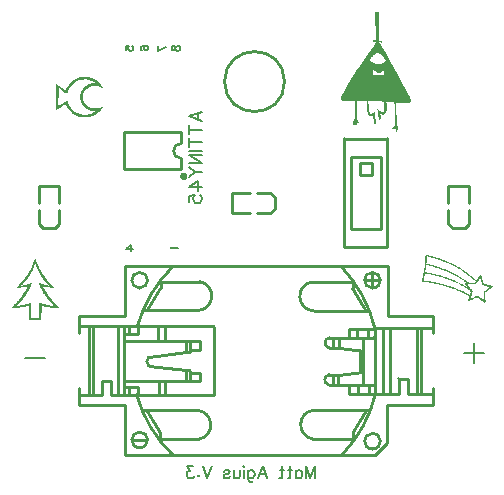
<source format=gbo>
G04 Layer: BottomSilkLayer*
G04 EasyEDA v6.4.7, 2020-11-14T21:45:58--5:00*
G04 4beb7541176d43e18d54f8e2082e3679,79d071017cc24593b82b416037a8e878,10*
G04 Gerber Generator version 0.2*
G04 Scale: 100 percent, Rotated: No, Reflected: No *
G04 Dimensions in millimeters *
G04 leading zeros omitted , absolute positions ,3 integer and 3 decimal *
%FSLAX33Y33*%
%MOMM*%
G90*
D02*

%ADD10C,0.254000*%
%ADD17C,0.203200*%
%ADD18C,0.152400*%

%LPD*%

%LPD*%
G36*
G01X33942Y41992D02*
G01X33583Y41992D01*
G01X33641Y39590D01*
G01X33509Y39590D01*
G01X33447Y39585D01*
G01X33405Y39569D01*
G01X33381Y39545D01*
G01X33375Y39518D01*
G01X33387Y39490D01*
G01X33416Y39464D01*
G01X33462Y39444D01*
G01X33526Y39431D01*
G01X33676Y39416D01*
G01X33449Y39090D01*
G01X33402Y39023D01*
G01X33355Y38954D01*
G01X33308Y38887D01*
G01X33264Y38824D01*
G01X33224Y38765D01*
G01X33188Y38714D01*
G01X33159Y38672D01*
G01X33137Y38640D01*
G01X33102Y38590D01*
G01X33068Y38545D01*
G01X33040Y38509D01*
G01X33015Y38485D01*
G01X33008Y38475D01*
G01X32997Y38463D01*
G01X32984Y38446D01*
G01X32969Y38425D01*
G01X32951Y38401D01*
G01X32931Y38373D01*
G01X32909Y38342D01*
G01X32884Y38307D01*
G01X32857Y38269D01*
G01X32828Y38228D01*
G01X32798Y38183D01*
G01X32764Y38135D01*
G01X32729Y38084D01*
G01X32692Y38029D01*
G01X32653Y37972D01*
G01X32612Y37912D01*
G01X32568Y37848D01*
G01X32524Y37782D01*
G01X32477Y37713D01*
G01X32429Y37641D01*
G01X32378Y37566D01*
G01X32327Y37489D01*
G01X32273Y37409D01*
G01X32218Y37326D01*
G01X32161Y37241D01*
G01X31953Y36929D01*
G01X31912Y36867D01*
G01X31872Y36807D01*
G01X31835Y36751D01*
G01X31800Y36697D01*
G01X31766Y36647D01*
G01X31734Y36598D01*
G01X31704Y36552D01*
G01X31675Y36508D01*
G01X31647Y36465D01*
G01X31620Y36424D01*
G01X31595Y36384D01*
G01X31570Y36346D01*
G01X31546Y36308D01*
G01X31522Y36271D01*
G01X31500Y36234D01*
G01X31477Y36198D01*
G01X31454Y36161D01*
G01X31432Y36125D01*
G01X31388Y36051D01*
G01X31365Y36013D01*
G01X31342Y35974D01*
G01X31318Y35933D01*
G01X31294Y35891D01*
G01X31269Y35848D01*
G01X31243Y35802D01*
G01X31216Y35755D01*
G01X31188Y35705D01*
G01X31158Y35653D01*
G01X31127Y35599D01*
G01X31095Y35541D01*
G01X31061Y35480D01*
G01X31025Y35416D01*
G01X30986Y35348D01*
G01X30946Y35277D01*
G01X30904Y35201D01*
G01X30860Y35122D01*
G01X30813Y35038D01*
G01X30777Y34973D01*
G01X30746Y34913D01*
G01X30718Y34858D01*
G01X30694Y34807D01*
G01X30675Y34760D01*
G01X30660Y34718D01*
G01X30650Y34679D01*
G01X30645Y34644D01*
G01X30644Y34613D01*
G01X30649Y34584D01*
G01X30658Y34559D01*
G01X30674Y34536D01*
G01X30694Y34517D01*
G01X30720Y34500D01*
G01X30752Y34486D01*
G01X30790Y34474D01*
G01X30835Y34464D01*
G01X30885Y34456D01*
G01X30942Y34450D01*
G01X31005Y34444D01*
G01X31075Y34441D01*
G01X31153Y34439D01*
G01X31237Y34438D01*
G01X31328Y34437D01*
G01X31874Y34437D01*
G01X31874Y33454D01*
G01X31873Y33358D01*
G01X31872Y33274D01*
G01X31869Y33199D01*
G01X31867Y33134D01*
G01X31863Y33078D01*
G01X31858Y33029D01*
G01X31853Y32986D01*
G01X31846Y32950D01*
G01X31838Y32918D01*
G01X31828Y32890D01*
G01X31817Y32866D01*
G01X31805Y32843D01*
G01X31791Y32821D01*
G01X31775Y32800D01*
G01X31738Y32744D01*
G01X31710Y32681D01*
G01X31690Y32615D01*
G01X31678Y32549D01*
G01X31676Y32487D01*
G01X31683Y32432D01*
G01X31700Y32388D01*
G01X31727Y32360D01*
G01X31747Y32354D01*
G01X31757Y32368D01*
G01X31758Y32400D01*
G01X31747Y32451D01*
G01X31740Y32502D01*
G01X31741Y32549D01*
G01X31752Y32586D01*
G01X31770Y32609D01*
G01X31794Y32612D01*
G01X31812Y32590D01*
G01X31825Y32544D01*
G01X31831Y32476D01*
G01X31836Y32311D01*
G01X31874Y32461D01*
G01X31890Y32513D01*
G01X31903Y32544D01*
G01X31914Y32552D01*
G01X31919Y32533D01*
G01X31927Y32495D01*
G01X31945Y32450D01*
G01X31970Y32402D01*
G01X31999Y32358D01*
G01X32040Y32311D01*
G01X32058Y32311D01*
G01X32058Y32366D01*
G01X32042Y32486D01*
G01X32010Y32711D01*
G01X32118Y32616D01*
G01X32172Y32572D01*
G01X32214Y32550D01*
G01X32242Y32546D01*
G01X32256Y32557D01*
G01X32256Y32583D01*
G01X32240Y32621D01*
G01X32208Y32670D01*
G01X32159Y32727D01*
G01X32135Y32752D01*
G01X32115Y32775D01*
G01X32097Y32797D01*
G01X32081Y32820D01*
G01X32069Y32845D01*
G01X32058Y32874D01*
G01X32049Y32908D01*
G01X32042Y32948D01*
G01X32036Y32996D01*
G01X32032Y33052D01*
G01X32029Y33119D01*
G01X32027Y33196D01*
G01X32026Y33288D01*
G01X32025Y33393D01*
G01X32025Y34437D01*
G01X32875Y34437D01*
G01X32875Y34114D01*
G01X32876Y34040D01*
G01X32879Y33965D01*
G01X32884Y33891D01*
G01X32890Y33818D01*
G01X32898Y33747D01*
G01X32907Y33678D01*
G01X32918Y33612D01*
G01X32930Y33549D01*
G01X32943Y33489D01*
G01X32958Y33434D01*
G01X32973Y33382D01*
G01X32990Y33335D01*
G01X33007Y33294D01*
G01X33025Y33259D01*
G01X33043Y33229D01*
G01X33063Y33206D01*
G01X33105Y33174D01*
G01X33157Y33155D01*
G01X33214Y33148D01*
G01X33277Y33154D01*
G01X33321Y33162D01*
G01X33354Y33164D01*
G01X33379Y33157D01*
G01X33398Y33139D01*
G01X33412Y33106D01*
G01X33422Y33056D01*
G01X33432Y32985D01*
G01X33442Y32892D01*
G01X33455Y32776D01*
G01X33470Y32679D01*
G01X33485Y32600D01*
G01X33501Y32538D01*
G01X33519Y32492D01*
G01X33540Y32460D01*
G01X33563Y32442D01*
G01X33588Y32436D01*
G01X33597Y32443D01*
G01X33603Y32464D01*
G01X33608Y32497D01*
G01X33611Y32540D01*
G01X33613Y32593D01*
G01X33614Y32654D01*
G01X33614Y32720D01*
G01X33612Y32792D01*
G01X33610Y32867D01*
G01X33606Y32944D01*
G01X33601Y33022D01*
G01X33596Y33098D01*
G01X33590Y33172D01*
G01X33583Y33242D01*
G01X33575Y33307D01*
G01X33568Y33365D01*
G01X33559Y33415D01*
G01X33550Y33455D01*
G01X33541Y33484D01*
G01X33532Y33500D01*
G01X33510Y33507D01*
G01X33478Y33498D01*
G01X33440Y33474D01*
G01X33402Y33438D01*
G01X33363Y33398D01*
G01X33327Y33367D01*
G01X33294Y33346D01*
G01X33264Y33333D01*
G01X33236Y33330D01*
G01X33210Y33337D01*
G01X33187Y33354D01*
G01X33165Y33381D01*
G01X33145Y33418D01*
G01X33127Y33465D01*
G01X33111Y33523D01*
G01X33096Y33592D01*
G01X33083Y33672D01*
G01X33071Y33763D01*
G01X33060Y33866D01*
G01X33050Y33980D01*
G01X33014Y34448D01*
G01X33658Y34412D01*
G01X33745Y34407D01*
G01X33829Y34402D01*
G01X33909Y34397D01*
G01X33984Y34392D01*
G01X34053Y34387D01*
G01X34116Y34382D01*
G01X34172Y34378D01*
G01X34220Y34374D01*
G01X34259Y34371D01*
G01X34288Y34368D01*
G01X34307Y34365D01*
G01X34315Y34363D01*
G01X34327Y34340D01*
G01X34338Y34297D01*
G01X34346Y34237D01*
G01X34353Y34165D01*
G01X34358Y34083D01*
G01X34361Y33997D01*
G01X34362Y33910D01*
G01X34360Y33825D01*
G01X34357Y33747D01*
G01X34350Y33681D01*
G01X34342Y33629D01*
G01X34331Y33596D01*
G01X34301Y33547D01*
G01X34270Y33514D01*
G01X34235Y33497D01*
G01X34195Y33496D01*
G01X34148Y33511D01*
G01X34092Y33543D01*
G01X34025Y33592D01*
G01X33945Y33658D01*
G01X33745Y33828D01*
G01X33804Y33470D01*
G01X33822Y33360D01*
G01X33839Y33263D01*
G01X33856Y33176D01*
G01X33871Y33100D01*
G01X33886Y33035D01*
G01X33900Y32980D01*
G01X33914Y32934D01*
G01X33927Y32898D01*
G01X33940Y32870D01*
G01X33953Y32851D01*
G01X33965Y32840D01*
G01X33978Y32836D01*
G01X34004Y32845D01*
G01X34025Y32869D01*
G01X34042Y32907D01*
G01X34052Y32956D01*
G01X34057Y33013D01*
G01X34056Y33076D01*
G01X34048Y33142D01*
G01X34033Y33209D01*
G01X34015Y33276D01*
G01X34005Y33325D01*
G01X34002Y33358D01*
G01X34009Y33375D01*
G01X34025Y33377D01*
G01X34054Y33366D01*
G01X34095Y33343D01*
G01X34151Y33307D01*
G01X34221Y33266D01*
G01X34272Y33257D01*
G01X34324Y33284D01*
G01X34395Y33351D01*
G01X34428Y33389D01*
G01X34459Y33436D01*
G01X34486Y33488D01*
G01X34509Y33547D01*
G01X34530Y33611D01*
G01X34547Y33679D01*
G01X34559Y33752D01*
G01X34568Y33826D01*
G01X34573Y33903D01*
G01X34574Y33982D01*
G01X34570Y34061D01*
G01X34562Y34140D01*
G01X34536Y34337D01*
G01X35212Y34337D01*
G01X35244Y33999D01*
G01X35248Y33962D01*
G01X35251Y33918D01*
G01X35254Y33870D01*
G01X35257Y33817D01*
G01X35259Y33760D01*
G01X35262Y33699D01*
G01X35264Y33636D01*
G01X35266Y33570D01*
G01X35268Y33502D01*
G01X35270Y33432D01*
G01X35272Y33361D01*
G01X35274Y33219D01*
G01X35276Y33079D01*
G01X35276Y32867D01*
G01X35275Y32744D01*
G01X35272Y32643D01*
G01X35269Y32559D01*
G01X35265Y32490D01*
G01X35258Y32434D01*
G01X35249Y32390D01*
G01X35236Y32354D01*
G01X35221Y32323D01*
G01X35201Y32296D01*
G01X35179Y32270D01*
G01X35151Y32243D01*
G01X35104Y32196D01*
G01X35069Y32152D01*
G01X35044Y32114D01*
G01X35031Y32082D01*
G01X35030Y32059D01*
G01X35041Y32046D01*
G01X35065Y32045D01*
G01X35102Y32055D01*
G01X35137Y32070D01*
G01X35176Y32086D01*
G01X35217Y32102D01*
G01X35252Y32116D01*
G01X35288Y32122D01*
G01X35311Y32102D01*
G01X35323Y32051D01*
G01X35327Y31963D01*
G01X35330Y31893D01*
G01X35340Y31844D01*
G01X35354Y31818D01*
G01X35372Y31813D01*
G01X35392Y31829D01*
G01X35413Y31865D01*
G01X35435Y31922D01*
G01X35455Y31998D01*
G01X35476Y32082D01*
G01X35492Y32117D01*
G01X35510Y32109D01*
G01X35534Y32060D01*
G01X35551Y32027D01*
G01X35558Y32028D01*
G01X35557Y32064D01*
G01X35546Y32136D01*
G01X35530Y32209D01*
G01X35508Y32279D01*
G01X35484Y32338D01*
G01X35461Y32378D01*
G01X35454Y32390D01*
G01X35448Y32410D01*
G01X35443Y32437D01*
G01X35437Y32471D01*
G01X35431Y32513D01*
G01X35425Y32561D01*
G01X35420Y32617D01*
G01X35415Y32678D01*
G01X35411Y32745D01*
G01X35406Y32818D01*
G01X35402Y32897D01*
G01X35398Y32981D01*
G01X35394Y33070D01*
G01X35391Y33164D01*
G01X35388Y33262D01*
G01X35385Y33365D01*
G01X35364Y34284D01*
G01X35957Y34273D01*
G01X36092Y34271D01*
G01X36206Y34269D01*
G01X36299Y34269D01*
G01X36374Y34270D01*
G01X36434Y34273D01*
G01X36479Y34279D01*
G01X36514Y34288D01*
G01X36539Y34300D01*
G01X36558Y34315D01*
G01X36571Y34335D01*
G01X36582Y34359D01*
G01X36592Y34387D01*
G01X36600Y34420D01*
G01X36602Y34458D01*
G01X36600Y34502D01*
G01X36592Y34551D01*
G01X36580Y34603D01*
G01X36564Y34660D01*
G01X36543Y34719D01*
G01X36518Y34781D01*
G01X36489Y34844D01*
G01X36457Y34908D01*
G01X36421Y34973D01*
G01X36381Y35038D01*
G01X36371Y35054D01*
G01X36356Y35082D01*
G01X36334Y35120D01*
G01X36308Y35168D01*
G01X36277Y35225D01*
G01X36242Y35289D01*
G01X36203Y35360D01*
G01X36161Y35438D01*
G01X36116Y35520D01*
G01X36070Y35606D01*
G01X36022Y35696D01*
G01X35973Y35788D01*
G01X35930Y35867D01*
G01X35888Y35946D01*
G01X35846Y36024D01*
G01X35804Y36103D01*
G01X35762Y36180D01*
G01X35721Y36257D01*
G01X35679Y36334D01*
G01X35638Y36410D01*
G01X35598Y36486D01*
G01X35557Y36560D01*
G01X35517Y36635D01*
G01X35477Y36709D01*
G01X35437Y36782D01*
G01X35397Y36854D01*
G01X35358Y36926D01*
G01X35320Y36997D01*
G01X35281Y37067D01*
G01X35243Y37137D01*
G01X35205Y37205D01*
G01X35168Y37273D01*
G01X35131Y37340D01*
G01X35095Y37406D01*
G01X35059Y37471D01*
G01X34989Y37599D01*
G01X34954Y37661D01*
G01X34920Y37722D01*
G01X34854Y37840D01*
G01X34822Y37898D01*
G01X34790Y37955D01*
G01X34759Y38011D01*
G01X34728Y38065D01*
G01X34698Y38118D01*
G01X34669Y38170D01*
G01X34641Y38220D01*
G01X34613Y38269D01*
G01X34586Y38317D01*
G01X34559Y38363D01*
G01X34533Y38408D01*
G01X34508Y38452D01*
G01X34484Y38494D01*
G01X34460Y38534D01*
G01X34437Y38573D01*
G01X34415Y38611D01*
G01X34394Y38647D01*
G01X34374Y38681D01*
G01X34355Y38714D01*
G01X34336Y38745D01*
G01X34318Y38774D01*
G01X34301Y38802D01*
G01X34285Y38828D01*
G01X34270Y38852D01*
G01X34256Y38874D01*
G01X34243Y38895D01*
G01X34231Y38913D01*
G01X34151Y39035D01*
G01X34085Y39134D01*
G01X34033Y39214D01*
G01X33994Y39277D01*
G01X33966Y39323D01*
G01X33951Y39356D01*
G01X33945Y39378D01*
G01X33949Y39389D01*
G01X33961Y39393D01*
G01X33982Y39392D01*
G01X34010Y39386D01*
G01X34045Y39380D01*
G01X34109Y39372D01*
G01X34149Y39379D01*
G01X34170Y39403D01*
G01X34176Y39448D01*
G01X34169Y39492D01*
G01X34143Y39520D01*
G01X34097Y39536D01*
G01X34026Y39541D01*
G01X33875Y39541D01*
G01X33942Y41992D01*
G37*

%LPC*%
G36*
G01X33455Y37079D02*
G01X33429Y37084D01*
G01X33409Y37071D01*
G01X33394Y37040D01*
G01X33384Y36990D01*
G01X33378Y36921D01*
G01X33376Y36834D01*
G01X33379Y36699D01*
G01X33390Y36628D01*
G01X33417Y36606D01*
G01X33463Y36620D01*
G01X33499Y36632D01*
G01X33550Y36642D01*
G01X33613Y36650D01*
G01X33686Y36655D01*
G01X33765Y36659D01*
G01X33847Y36661D01*
G01X33928Y36660D01*
G01X34007Y36657D01*
G01X34079Y36653D01*
G01X34142Y36646D01*
G01X34191Y36636D01*
G01X34226Y36625D01*
G01X34264Y36616D01*
G01X34288Y36636D01*
G01X34304Y36692D01*
G01X34312Y36788D01*
G01X34314Y36865D01*
G01X34310Y36921D01*
G01X34297Y36959D01*
G01X34275Y36978D01*
G01X34243Y36981D01*
G01X34200Y36966D01*
G01X34143Y36934D01*
G01X34072Y36886D01*
G01X33988Y36831D01*
G01X33924Y36810D01*
G01X33854Y36822D01*
G01X33754Y36866D01*
G01X33682Y36903D01*
G01X33614Y36945D01*
G01X33558Y36985D01*
G01X33522Y37018D01*
G01X33485Y37058D01*
G01X33455Y37079D01*
G37*
G36*
G01X33829Y38484D02*
G01X33786Y38488D01*
G01X33750Y38483D01*
G01X33700Y38469D01*
G01X33643Y38447D01*
G01X33586Y38420D01*
G01X33527Y38385D01*
G01X33469Y38343D01*
G01X33411Y38295D01*
G01X33356Y38241D01*
G01X33303Y38183D01*
G01X33255Y38122D01*
G01X33213Y38058D01*
G01X33175Y37993D01*
G01X33145Y37926D01*
G01X33140Y37878D01*
G01X33163Y37836D01*
G01X33214Y37789D01*
G01X33240Y37770D01*
G01X33276Y37749D01*
G01X33320Y37727D01*
G01X33370Y37704D01*
G01X33424Y37680D01*
G01X33482Y37658D01*
G01X33542Y37636D01*
G01X33601Y37616D01*
G01X33662Y37599D01*
G01X33720Y37585D01*
G01X33777Y37574D01*
G01X33832Y37567D01*
G01X33886Y37563D01*
G01X33939Y37563D01*
G01X33990Y37566D01*
G01X34040Y37573D01*
G01X34088Y37583D01*
G01X34136Y37597D01*
G01X34182Y37614D01*
G01X34227Y37635D01*
G01X34271Y37659D01*
G01X34315Y37687D01*
G01X34358Y37719D01*
G01X34400Y37754D01*
G01X34525Y37864D01*
G01X34347Y38106D01*
G01X34306Y38159D01*
G01X34262Y38210D01*
G01X34215Y38257D01*
G01X34168Y38302D01*
G01X34119Y38341D01*
G01X34069Y38377D01*
G01X34020Y38409D01*
G01X33970Y38435D01*
G01X33922Y38457D01*
G01X33875Y38473D01*
G01X33829Y38484D01*
G37*

%LPD*%
G36*
G01X37944Y21404D02*
G01X37907Y21405D01*
G01X37880Y21397D01*
G01X37861Y21382D01*
G01X37849Y21356D01*
G01X37840Y21319D01*
G01X37836Y21271D01*
G01X37832Y21211D01*
G01X37828Y21137D01*
G01X37824Y21070D01*
G01X37819Y21003D01*
G01X37813Y20935D01*
G01X37808Y20867D01*
G01X37802Y20798D01*
G01X37781Y20591D01*
G01X37765Y20453D01*
G01X37757Y20385D01*
G01X37738Y20248D01*
G01X37729Y20181D01*
G01X37719Y20114D01*
G01X37709Y20048D01*
G01X37699Y19983D01*
G01X37688Y19919D01*
G01X37666Y19793D01*
G01X37655Y19732D01*
G01X37643Y19673D01*
G01X37632Y19614D01*
G01X37608Y19502D01*
G01X37596Y19448D01*
G01X37583Y19396D01*
G01X37571Y19346D01*
G01X37553Y19270D01*
G01X37543Y19211D01*
G01X37541Y19169D01*
G01X37548Y19151D01*
G01X37577Y19142D01*
G01X37641Y19131D01*
G01X37729Y19118D01*
G01X37832Y19105D01*
G01X37892Y19098D01*
G01X38014Y19082D01*
G01X38075Y19072D01*
G01X38137Y19063D01*
G01X38262Y19042D01*
G01X38388Y19020D01*
G01X38516Y18996D01*
G01X38644Y18969D01*
G01X38708Y18956D01*
G01X38837Y18927D01*
G01X38967Y18897D01*
G01X39032Y18880D01*
G01X39096Y18864D01*
G01X39161Y18848D01*
G01X39226Y18831D01*
G01X39291Y18813D01*
G01X39355Y18796D01*
G01X39484Y18759D01*
G01X39549Y18740D01*
G01X39677Y18702D01*
G01X39804Y18662D01*
G01X39867Y18642D01*
G01X39930Y18621D01*
G01X39992Y18599D01*
G01X40054Y18579D01*
G01X40177Y18535D01*
G01X40299Y18491D01*
G01X40359Y18468D01*
G01X40477Y18422D01*
G01X40535Y18399D01*
G01X40593Y18375D01*
G01X40650Y18352D01*
G01X40707Y18328D01*
G01X40762Y18304D01*
G01X40872Y18255D01*
G01X40926Y18231D01*
G01X40978Y18206D01*
G01X41031Y18181D01*
G01X41082Y18156D01*
G01X41182Y18106D01*
G01X41231Y18080D01*
G01X41335Y18025D01*
G01X41415Y17982D01*
G01X41472Y17950D01*
G01X41511Y17925D01*
G01X41534Y17907D01*
G01X41544Y17892D01*
G01X41545Y17879D01*
G01X41541Y17864D01*
G01X41502Y17754D01*
G01X41472Y17648D01*
G01X41457Y17566D01*
G01X41459Y17521D01*
G01X41471Y17509D01*
G01X41490Y17504D01*
G01X41519Y17507D01*
G01X41560Y17518D01*
G01X41614Y17539D01*
G01X41684Y17568D01*
G01X41772Y17609D01*
G01X41881Y17660D01*
G01X41990Y17710D01*
G01X42077Y17742D01*
G01X42150Y17761D01*
G01X42215Y17766D01*
G01X42261Y17765D01*
G01X42300Y17760D01*
G01X42329Y17753D01*
G01X42343Y17743D01*
G01X42359Y17727D01*
G01X42390Y17699D01*
G01X42433Y17664D01*
G01X42486Y17623D01*
G01X42546Y17578D01*
G01X42608Y17532D01*
G01X42670Y17487D01*
G01X42730Y17445D01*
G01X42783Y17409D01*
G01X42827Y17380D01*
G01X42859Y17360D01*
G01X42877Y17354D01*
G01X42894Y17357D01*
G01X42907Y17371D01*
G01X42916Y17396D01*
G01X42922Y17436D01*
G01X42923Y17494D01*
G01X42922Y17573D01*
G01X42917Y17675D01*
G01X42909Y17803D01*
G01X42904Y17894D01*
G01X42900Y17973D01*
G01X42898Y18038D01*
G01X42897Y18092D01*
G01X42899Y18136D01*
G01X42902Y18170D01*
G01X42907Y18196D01*
G01X42913Y18213D01*
G01X42935Y18241D01*
G01X42974Y18278D01*
G01X43024Y18320D01*
G01X43079Y18361D01*
G01X43171Y18426D01*
G01X43256Y18488D01*
G01X43331Y18546D01*
G01X43396Y18597D01*
G01X43448Y18643D01*
G01X43486Y18680D01*
G01X43510Y18707D01*
G01X43515Y18723D01*
G01X43506Y18740D01*
G01X43487Y18756D01*
G01X43457Y18772D01*
G01X43417Y18789D01*
G01X43362Y18806D01*
G01X43294Y18825D01*
G01X43210Y18846D01*
G01X43109Y18869D01*
G01X42968Y18903D01*
G01X42874Y18931D01*
G01X42814Y18960D01*
G01X42775Y18994D01*
G01X42754Y19022D01*
G01X42737Y19051D01*
G01X42725Y19078D01*
G01X42720Y19099D01*
G01X42716Y19131D01*
G01X42703Y19188D01*
G01X42684Y19263D01*
G01X42661Y19348D01*
G01X42636Y19436D01*
G01X42612Y19519D01*
G01X42589Y19591D01*
G01X42571Y19643D01*
G01X42550Y19685D01*
G01X42525Y19708D01*
G01X42497Y19711D01*
G01X42462Y19694D01*
G01X42422Y19656D01*
G01X42373Y19595D01*
G01X42315Y19510D01*
G01X42248Y19402D01*
G01X42156Y19251D01*
G01X41910Y19463D01*
G01X41866Y19501D01*
G01X41775Y19576D01*
G01X41730Y19613D01*
G01X41684Y19649D01*
G01X41638Y19686D01*
G01X41591Y19722D01*
G01X41545Y19758D01*
G01X41450Y19829D01*
G01X41403Y19864D01*
G01X41306Y19933D01*
G01X41257Y19967D01*
G01X41208Y20000D01*
G01X41159Y20034D01*
G01X41109Y20068D01*
G01X41060Y20100D01*
G01X41009Y20133D01*
G01X40908Y20197D01*
G01X40857Y20229D01*
G01X40806Y20260D01*
G01X40650Y20353D01*
G01X40597Y20382D01*
G01X40545Y20412D01*
G01X40491Y20442D01*
G01X40438Y20471D01*
G01X40384Y20500D01*
G01X40276Y20557D01*
G01X40222Y20585D01*
G01X40112Y20640D01*
G01X40057Y20666D01*
G01X40001Y20693D01*
G01X39946Y20719D01*
G01X39890Y20745D01*
G01X39777Y20796D01*
G01X39663Y20846D01*
G01X39606Y20870D01*
G01X39548Y20894D01*
G01X39375Y20964D01*
G01X39316Y20987D01*
G01X39139Y21053D01*
G01X39021Y21095D01*
G01X38961Y21116D01*
G01X38901Y21136D01*
G01X38840Y21156D01*
G01X38719Y21194D01*
G01X38597Y21232D01*
G01X38536Y21250D01*
G01X38474Y21268D01*
G01X38413Y21285D01*
G01X38227Y21336D01*
G01X38133Y21360D01*
G01X38055Y21381D01*
G01X37993Y21395D01*
G01X37944Y21404D01*
G37*

%LPC*%
G36*
G01X42482Y19404D02*
G01X42445Y19413D01*
G01X42400Y19376D01*
G01X42377Y19345D01*
G01X42340Y19290D01*
G01X42296Y19221D01*
G01X42248Y19144D01*
G01X42199Y19069D01*
G01X42153Y19004D01*
G01X42114Y18956D01*
G01X42087Y18932D01*
G01X42046Y18923D01*
G01X41967Y18915D01*
G01X41860Y18910D01*
G01X41738Y18908D01*
G01X41584Y18907D01*
G01X41491Y18902D01*
G01X41445Y18891D01*
G01X41433Y18873D01*
G01X41439Y18853D01*
G01X41457Y18822D01*
G01X41485Y18779D01*
G01X41523Y18728D01*
G01X41569Y18669D01*
G01X41621Y18604D01*
G01X41678Y18536D01*
G01X41741Y18465D01*
G01X41772Y18425D01*
G01X41798Y18385D01*
G01X41815Y18347D01*
G01X41822Y18320D01*
G01X41815Y18279D01*
G01X41797Y18211D01*
G01X41770Y18123D01*
G01X41737Y18027D01*
G01X41704Y17933D01*
G01X41676Y17852D01*
G01X41659Y17794D01*
G01X41651Y17766D01*
G01X41671Y17744D01*
G01X41730Y17750D01*
G01X41827Y17782D01*
G01X41961Y17839D01*
G01X42047Y17878D01*
G01X42128Y17908D01*
G01X42195Y17929D01*
G01X42239Y17937D01*
G01X42283Y17927D01*
G01X42342Y17899D01*
G01X42421Y17850D01*
G01X42519Y17778D01*
G01X42603Y17718D01*
G01X42675Y17669D01*
G01X42728Y17638D01*
G01X42755Y17629D01*
G01X42766Y17653D01*
G01X42773Y17714D01*
G01X42775Y17815D01*
G01X42774Y17951D01*
G01X42773Y18075D01*
G01X42774Y18180D01*
G01X42779Y18256D01*
G01X42786Y18291D01*
G01X42811Y18314D01*
G01X42866Y18358D01*
G01X42942Y18416D01*
G01X43031Y18482D01*
G01X43134Y18560D01*
G01X43200Y18616D01*
G01X43231Y18653D01*
G01X43232Y18676D01*
G01X43203Y18691D01*
G01X43142Y18714D01*
G01X43059Y18738D01*
G01X42961Y18763D01*
G01X42872Y18785D01*
G01X42802Y18805D01*
G01X42748Y18823D01*
G01X42707Y18843D01*
G01X42678Y18864D01*
G01X42657Y18888D01*
G01X42643Y18917D01*
G01X42633Y18952D01*
G01X42623Y18994D01*
G01X42605Y19058D01*
G01X42584Y19135D01*
G01X42559Y19218D01*
G01X42519Y19341D01*
G01X42482Y19404D01*
G37*
G36*
G01X37939Y19794D02*
G01X37890Y19798D01*
G01X37852Y19797D01*
G01X37823Y19790D01*
G01X37800Y19777D01*
G01X37784Y19756D01*
G01X37771Y19728D01*
G01X37760Y19691D01*
G01X37749Y19645D01*
G01X37738Y19588D01*
G01X37720Y19503D01*
G01X37703Y19421D01*
G01X37689Y19352D01*
G01X37679Y19307D01*
G01X37664Y19231D01*
G01X37829Y19215D01*
G01X37884Y19209D01*
G01X37939Y19202D01*
G01X38053Y19188D01*
G01X38169Y19170D01*
G01X38229Y19161D01*
G01X38288Y19152D01*
G01X38348Y19141D01*
G01X38470Y19119D01*
G01X38531Y19107D01*
G01X38593Y19095D01*
G01X38656Y19083D01*
G01X38719Y19069D01*
G01X38781Y19056D01*
G01X38845Y19041D01*
G01X38972Y19012D01*
G01X39036Y18997D01*
G01X39099Y18981D01*
G01X39163Y18965D01*
G01X39355Y18914D01*
G01X39547Y18860D01*
G01X39611Y18841D01*
G01X39737Y18803D01*
G01X39863Y18763D01*
G01X39987Y18722D01*
G01X40048Y18702D01*
G01X40109Y18681D01*
G01X40170Y18659D01*
G01X40230Y18638D01*
G01X40348Y18594D01*
G01X40464Y18550D01*
G01X40521Y18527D01*
G01X40632Y18482D01*
G01X40687Y18458D01*
G01X40741Y18435D01*
G01X40795Y18411D01*
G01X40853Y18385D01*
G01X40914Y18356D01*
G01X40977Y18327D01*
G01X41040Y18297D01*
G01X41166Y18235D01*
G01X41227Y18205D01*
G01X41285Y18175D01*
G01X41340Y18147D01*
G01X41390Y18120D01*
G01X41436Y18095D01*
G01X41475Y18074D01*
G01X41508Y18055D01*
G01X41533Y18039D01*
G01X41549Y18027D01*
G01X41571Y18012D01*
G01X41587Y18018D01*
G01X41606Y18055D01*
G01X41637Y18136D01*
G01X41652Y18180D01*
G01X41661Y18220D01*
G01X41665Y18257D01*
G01X41661Y18291D01*
G01X41649Y18323D01*
G01X41629Y18356D01*
G01X41600Y18389D01*
G01X41559Y18425D01*
G01X41509Y18463D01*
G01X41445Y18505D01*
G01X41369Y18553D01*
G01X41280Y18608D01*
G01X41172Y18671D01*
G01X41118Y18702D01*
G01X41063Y18733D01*
G01X41008Y18763D01*
G01X40952Y18793D01*
G01X40841Y18852D01*
G01X40727Y18910D01*
G01X40556Y18994D01*
G01X40440Y19047D01*
G01X40381Y19074D01*
G01X40323Y19100D01*
G01X40264Y19126D01*
G01X40146Y19176D01*
G01X40086Y19200D01*
G01X40026Y19225D01*
G01X39966Y19249D01*
G01X39846Y19295D01*
G01X39785Y19317D01*
G01X39725Y19340D01*
G01X39664Y19361D01*
G01X39603Y19383D01*
G01X39480Y19424D01*
G01X39356Y19464D01*
G01X39295Y19483D01*
G01X39233Y19502D01*
G01X39170Y19521D01*
G01X39108Y19539D01*
G01X39046Y19556D01*
G01X38921Y19590D01*
G01X38858Y19606D01*
G01X38795Y19623D01*
G01X38733Y19638D01*
G01X38670Y19653D01*
G01X38481Y19695D01*
G01X38355Y19721D01*
G01X38229Y19745D01*
G01X38166Y19756D01*
G01X38075Y19772D01*
G01X38000Y19785D01*
G01X37939Y19794D01*
G37*
G36*
G01X37992Y20526D02*
G01X37966Y20529D01*
G01X37947Y20528D01*
G01X37921Y20517D01*
G01X37900Y20480D01*
G01X37881Y20402D01*
G01X37858Y20269D01*
G01X37842Y20167D01*
G01X37829Y20078D01*
G01X37819Y20011D01*
G01X37816Y19977D01*
G01X37827Y19957D01*
G01X37868Y19938D01*
G01X37946Y19919D01*
G01X38067Y19896D01*
G01X38125Y19886D01*
G01X38184Y19876D01*
G01X38243Y19864D01*
G01X38302Y19853D01*
G01X38362Y19840D01*
G01X38422Y19828D01*
G01X38483Y19814D01*
G01X38543Y19800D01*
G01X38666Y19771D01*
G01X38852Y19723D01*
G01X38915Y19706D01*
G01X39102Y19653D01*
G01X39291Y19596D01*
G01X39353Y19576D01*
G01X39416Y19555D01*
G01X39479Y19535D01*
G01X39603Y19493D01*
G01X39789Y19427D01*
G01X39850Y19405D01*
G01X39912Y19382D01*
G01X40032Y19335D01*
G01X40152Y19287D01*
G01X40270Y19238D01*
G01X40386Y19189D01*
G01X40443Y19164D01*
G01X40499Y19138D01*
G01X40555Y19113D01*
G01X40611Y19087D01*
G01X40719Y19035D01*
G01X40772Y19009D01*
G01X40876Y18957D01*
G01X40927Y18930D01*
G01X40977Y18903D01*
G01X41026Y18876D01*
G01X41074Y18849D01*
G01X41121Y18822D01*
G01X41196Y18780D01*
G01X41259Y18746D01*
G01X41305Y18723D01*
G01X41327Y18714D01*
G01X41329Y18719D01*
G01X41321Y18734D01*
G01X41305Y18755D01*
G01X41283Y18781D01*
G01X41231Y18840D01*
G01X41192Y18894D01*
G01X41165Y18940D01*
G01X41152Y18980D01*
G01X41151Y19011D01*
G01X41163Y19035D01*
G01X41189Y19049D01*
G01X41227Y19054D01*
G01X41255Y19056D01*
G01X41270Y19061D01*
G01X41274Y19070D01*
G01X41264Y19086D01*
G01X41238Y19108D01*
G01X41197Y19139D01*
G01X41139Y19180D01*
G01X41063Y19230D01*
G01X40998Y19273D01*
G01X40936Y19313D01*
G01X40875Y19352D01*
G01X40816Y19390D01*
G01X40758Y19426D01*
G01X40702Y19460D01*
G01X40646Y19495D01*
G01X40591Y19527D01*
G01X40537Y19559D01*
G01X40484Y19590D01*
G01X40377Y19648D01*
G01X40324Y19677D01*
G01X40271Y19705D01*
G01X40217Y19732D01*
G01X40162Y19760D01*
G01X40108Y19787D01*
G01X40052Y19814D01*
G01X39995Y19840D01*
G01X39937Y19867D01*
G01X39878Y19893D01*
G01X39817Y19921D01*
G01X39754Y19948D01*
G01X39690Y19976D01*
G01X39628Y20001D01*
G01X39563Y20027D01*
G01X39495Y20054D01*
G01X39425Y20082D01*
G01X39353Y20109D01*
G01X39278Y20137D01*
G01X39126Y20191D01*
G01X39048Y20219D01*
G01X38893Y20272D01*
G01X38816Y20297D01*
G01X38739Y20323D01*
G01X38664Y20346D01*
G01X38590Y20369D01*
G01X38519Y20392D01*
G01X38450Y20412D01*
G01X38383Y20432D01*
G01X38319Y20450D01*
G01X38259Y20466D01*
G01X38203Y20482D01*
G01X38151Y20494D01*
G01X38103Y20505D01*
G01X38061Y20515D01*
G01X38023Y20522D01*
G01X37992Y20526D01*
G37*
G36*
G01X38046Y21262D02*
G01X38030Y21263D01*
G01X37993Y21260D01*
G01X37973Y21235D01*
G01X37961Y21167D01*
G01X37950Y21035D01*
G01X37943Y20940D01*
G01X37934Y20851D01*
G01X37926Y20779D01*
G01X37914Y20693D01*
G01X37919Y20669D01*
G01X37938Y20655D01*
G01X37975Y20644D01*
G01X38107Y20614D01*
G01X38237Y20582D01*
G01X38302Y20565D01*
G01X38366Y20549D01*
G01X38430Y20531D01*
G01X38494Y20514D01*
G01X38683Y20460D01*
G01X38807Y20422D01*
G01X38869Y20402D01*
G01X38991Y20362D01*
G01X39052Y20341D01*
G01X39112Y20321D01*
G01X39232Y20278D01*
G01X39351Y20233D01*
G01X39410Y20211D01*
G01X39527Y20164D01*
G01X39643Y20116D01*
G01X39700Y20091D01*
G01X39814Y20042D01*
G01X39871Y20016D01*
G01X39927Y19990D01*
G01X40039Y19936D01*
G01X40094Y19910D01*
G01X40150Y19882D01*
G01X40260Y19826D01*
G01X40314Y19797D01*
G01X40369Y19768D01*
G01X40423Y19739D01*
G01X40476Y19709D01*
G01X40530Y19679D01*
G01X40689Y19586D01*
G01X40742Y19554D01*
G01X40794Y19522D01*
G01X40846Y19489D01*
G01X40899Y19456D01*
G01X40950Y19423D01*
G01X41002Y19389D01*
G01X41104Y19321D01*
G01X41206Y19251D01*
G01X41476Y19061D01*
G01X41725Y19049D01*
G01X41863Y19044D01*
G01X41945Y19047D01*
G01X41995Y19062D01*
G01X42037Y19092D01*
G01X42101Y19147D01*
G01X42052Y19200D01*
G01X42016Y19236D01*
G01X41954Y19293D01*
G01X41874Y19365D01*
G01X41785Y19442D01*
G01X41691Y19522D01*
G01X41595Y19600D01*
G01X41547Y19638D01*
G01X41449Y19714D01*
G01X41351Y19788D01*
G01X41251Y19860D01*
G01X41200Y19896D01*
G01X41099Y19966D01*
G01X41047Y20000D01*
G01X40996Y20035D01*
G01X40891Y20102D01*
G01X40785Y20168D01*
G01X40677Y20232D01*
G01X40623Y20263D01*
G01X40458Y20356D01*
G01X40402Y20386D01*
G01X40345Y20416D01*
G01X40288Y20445D01*
G01X40232Y20474D01*
G01X40174Y20503D01*
G01X40116Y20531D01*
G01X39939Y20615D01*
G01X39880Y20642D01*
G01X39819Y20668D01*
G01X39759Y20695D01*
G01X39636Y20747D01*
G01X39574Y20772D01*
G01X39511Y20798D01*
G01X39448Y20822D01*
G01X39320Y20872D01*
G01X39256Y20896D01*
G01X39191Y20919D01*
G01X39125Y20943D01*
G01X39067Y20963D01*
G01X39005Y20984D01*
G01X38941Y21006D01*
G01X38874Y21028D01*
G01X38807Y21049D01*
G01X38738Y21071D01*
G01X38600Y21113D01*
G01X38533Y21133D01*
G01X38467Y21153D01*
G01X38404Y21171D01*
G01X38343Y21189D01*
G01X38285Y21204D01*
G01X38232Y21219D01*
G01X38183Y21232D01*
G01X38140Y21243D01*
G01X38102Y21251D01*
G01X38071Y21258D01*
G01X38046Y21262D01*
G37*

%LPD*%
G36*
G01X4819Y21085D02*
G01X4806Y21099D01*
G01X4785Y21075D01*
G01X4755Y21008D01*
G01X4711Y20892D01*
G01X4691Y20837D01*
G01X4649Y20727D01*
G01X4604Y20618D01*
G01X4556Y20511D01*
G01X4531Y20457D01*
G01X4506Y20404D01*
G01X4454Y20298D01*
G01X4398Y20194D01*
G01X4370Y20141D01*
G01X4341Y20090D01*
G01X4311Y20038D01*
G01X4280Y19987D01*
G01X4217Y19885D01*
G01X4185Y19834D01*
G01X4152Y19784D01*
G01X4118Y19734D01*
G01X4084Y19685D01*
G01X4049Y19635D01*
G01X3941Y19488D01*
G01X3903Y19440D01*
G01X3865Y19391D01*
G01X3826Y19343D01*
G01X3787Y19296D01*
G01X3747Y19248D01*
G01X3665Y19154D01*
G01X3623Y19107D01*
G01X3537Y19015D01*
G01X3493Y18969D01*
G01X3448Y18924D01*
G01X3404Y18878D01*
G01X3303Y18776D01*
G01X3222Y18691D01*
G01X3169Y18632D01*
G01X3153Y18607D01*
G01X3167Y18604D01*
G01X3197Y18604D01*
G01X3241Y18607D01*
G01X3297Y18611D01*
G01X3363Y18616D01*
G01X3436Y18624D01*
G01X3514Y18632D01*
G01X3594Y18642D01*
G01X3673Y18652D01*
G01X3750Y18663D01*
G01X3822Y18674D01*
G01X3886Y18685D01*
G01X3972Y18701D01*
G01X4044Y18713D01*
G01X4096Y18722D01*
G01X4120Y18725D01*
G01X4124Y18719D01*
G01X4120Y18702D01*
G01X4110Y18675D01*
G01X4094Y18640D01*
G01X4073Y18597D01*
G01X4047Y18547D01*
G01X4017Y18492D01*
G01X3983Y18433D01*
G01X3946Y18371D01*
G01X3908Y18307D01*
G01X3867Y18242D01*
G01X3825Y18178D01*
G01X3795Y18133D01*
G01X3764Y18087D01*
G01X3731Y18041D01*
G01X3698Y17994D01*
G01X3664Y17947D01*
G01X3592Y17851D01*
G01X3516Y17753D01*
G01X3477Y17704D01*
G01X3437Y17654D01*
G01X3396Y17604D01*
G01X3312Y17504D01*
G01X3268Y17453D01*
G01X3225Y17403D01*
G01X3180Y17352D01*
G01X3089Y17250D01*
G01X3042Y17199D01*
G01X2964Y17115D01*
G01X2905Y17050D01*
G01X2866Y17003D01*
G01X2842Y16971D01*
G01X2833Y16950D01*
G01X2837Y16937D01*
G01X2851Y16928D01*
G01X2874Y16921D01*
G01X2906Y16916D01*
G01X2946Y16912D01*
G01X2995Y16909D01*
G01X3050Y16909D01*
G01X3110Y16910D01*
G01X3177Y16912D01*
G01X3246Y16916D01*
G01X3320Y16922D01*
G01X3395Y16929D01*
G01X3472Y16936D01*
G01X3550Y16945D01*
G01X3627Y16955D01*
G01X3704Y16966D01*
G01X3778Y16977D01*
G01X3850Y16989D01*
G01X3918Y17002D01*
G01X3981Y17015D01*
G01X4039Y17029D01*
G01X4090Y17043D01*
G01X4134Y17057D01*
G01X4176Y17070D01*
G01X4213Y17078D01*
G01X4241Y17082D01*
G01X4255Y17078D01*
G01X4258Y17063D01*
G01X4261Y17025D01*
G01X4264Y16967D01*
G01X4266Y16892D01*
G01X4268Y16802D01*
G01X4270Y16699D01*
G01X4271Y16587D01*
G01X4271Y15870D01*
G01X5324Y15885D01*
G01X5339Y17093D01*
G01X5465Y17054D01*
G01X5516Y17039D01*
G01X5573Y17025D01*
G01X5633Y17011D01*
G01X5697Y16998D01*
G01X5765Y16985D01*
G01X5834Y16973D01*
G01X5906Y16962D01*
G01X5978Y16952D01*
G01X6051Y16943D01*
G01X6124Y16935D01*
G01X6197Y16928D01*
G01X6267Y16921D01*
G01X6336Y16917D01*
G01X6402Y16913D01*
G01X6465Y16911D01*
G01X6524Y16910D01*
G01X6579Y16911D01*
G01X6628Y16913D01*
G01X6672Y16917D01*
G01X6709Y16923D01*
G01X6809Y16941D01*
G01X6585Y17173D01*
G01X6544Y17217D01*
G01X6501Y17263D01*
G01X6458Y17310D01*
G01X6414Y17359D01*
G01X6369Y17410D01*
G01X6325Y17461D01*
G01X6280Y17514D01*
G01X6236Y17568D01*
G01X6191Y17622D01*
G01X6147Y17676D01*
G01X6103Y17731D01*
G01X6060Y17786D01*
G01X6018Y17841D01*
G01X5936Y17949D01*
G01X5897Y18003D01*
G01X5860Y18055D01*
G01X5824Y18106D01*
G01X5790Y18156D01*
G01X5757Y18205D01*
G01X5695Y18301D01*
G01X5639Y18392D01*
G01X5589Y18475D01*
G01X5547Y18551D01*
G01X5513Y18614D01*
G01X5490Y18664D01*
G01X5479Y18699D01*
G01X5480Y18716D01*
G01X5501Y18717D01*
G01X5550Y18713D01*
G01X5619Y18703D01*
G01X5701Y18689D01*
G01X5747Y18681D01*
G01X5797Y18672D01*
G01X5850Y18664D01*
G01X5904Y18656D01*
G01X5957Y18649D01*
G01X6009Y18642D01*
G01X6056Y18637D01*
G01X6098Y18633D01*
G01X6177Y18625D01*
G01X6257Y18617D01*
G01X6327Y18609D01*
G01X6377Y18602D01*
G01X6407Y18598D01*
G01X6426Y18598D01*
G01X6433Y18607D01*
G01X6425Y18624D01*
G01X6401Y18655D01*
G01X6359Y18701D01*
G01X6298Y18765D01*
G01X6214Y18850D01*
G01X6165Y18901D01*
G01X6117Y18951D01*
G01X6071Y18999D01*
G01X6027Y19046D01*
G01X5985Y19092D01*
G01X5945Y19136D01*
G01X5906Y19180D01*
G01X5868Y19224D01*
G01X5831Y19266D01*
G01X5761Y19352D01*
G01X5727Y19394D01*
G01X5661Y19481D01*
G01X5629Y19525D01*
G01X5596Y19570D01*
G01X5564Y19616D01*
G01X5531Y19663D01*
G01X5498Y19712D01*
G01X5432Y19813D01*
G01X5400Y19862D01*
G01X5369Y19912D01*
G01X5339Y19961D01*
G01X5309Y20011D01*
G01X5280Y20060D01*
G01X5252Y20110D01*
G01X5197Y20211D01*
G01X5144Y20313D01*
G01X5118Y20366D01*
G01X5093Y20419D01*
G01X5067Y20473D01*
G01X5042Y20528D01*
G01X5018Y20584D01*
G01X4993Y20641D01*
G01X4968Y20700D01*
G01X4943Y20760D01*
G01X4919Y20821D01*
G01X4894Y20884D01*
G01X4869Y20949D01*
G01X4844Y21016D01*
G01X4819Y21085D01*
G37*

%LPC*%
G36*
G01X4820Y20657D02*
G01X4814Y20666D01*
G01X4805Y20664D01*
G01X4792Y20651D01*
G01X4777Y20625D01*
G01X4757Y20585D01*
G01X4733Y20531D01*
G01X4703Y20462D01*
G01X4669Y20377D01*
G01X4639Y20305D01*
G01X4606Y20229D01*
G01X4571Y20150D01*
G01X4535Y20071D01*
G01X4499Y19994D01*
G01X4464Y19923D01*
G01X4431Y19858D01*
G01X4401Y19802D01*
G01X4367Y19742D01*
G01X4331Y19681D01*
G01X4294Y19620D01*
G01X4255Y19560D01*
G01X4214Y19500D01*
G01X4173Y19441D01*
G01X4132Y19383D01*
G01X4089Y19326D01*
G01X4046Y19270D01*
G01X4003Y19216D01*
G01X3959Y19164D01*
G01X3916Y19114D01*
G01X3873Y19067D01*
G01X3830Y19022D01*
G01X3788Y18979D01*
G01X3747Y18940D01*
G01X3680Y18877D01*
G01X3630Y18826D01*
G01X3600Y18791D01*
G01X3597Y18778D01*
G01X3623Y18781D01*
G01X3664Y18789D01*
G01X3717Y18801D01*
G01X3778Y18816D01*
G01X3847Y18835D01*
G01X3921Y18856D01*
G01X3996Y18878D01*
G01X4071Y18901D01*
G01X4144Y18924D01*
G01X4210Y18946D01*
G01X4270Y18968D01*
G01X4319Y18987D01*
G01X4371Y19008D01*
G01X4414Y19026D01*
G01X4448Y19038D01*
G01X4472Y19042D01*
G01X4488Y19039D01*
G01X4495Y19027D01*
G01X4493Y19004D01*
G01X4483Y18969D01*
G01X4465Y18921D01*
G01X4438Y18858D01*
G01X4404Y18781D01*
G01X4362Y18686D01*
G01X4339Y18634D01*
G01X4315Y18584D01*
G01X4291Y18533D01*
G01X4240Y18432D01*
G01X4186Y18333D01*
G01X4158Y18283D01*
G01X4130Y18234D01*
G01X4101Y18185D01*
G01X4071Y18136D01*
G01X4040Y18087D01*
G01X3976Y17991D01*
G01X3943Y17943D01*
G01X3909Y17894D01*
G01X3874Y17847D01*
G01X3839Y17799D01*
G01X3802Y17752D01*
G01X3766Y17704D01*
G01X3728Y17657D01*
G01X3689Y17609D01*
G01X3650Y17562D01*
G01X3610Y17515D01*
G01X3569Y17468D01*
G01X3527Y17421D01*
G01X3441Y17327D01*
G01X3218Y17089D01*
G01X3444Y17107D01*
G01X3508Y17113D01*
G01X3577Y17123D01*
G01X3650Y17135D01*
G01X3727Y17149D01*
G01X3805Y17165D01*
G01X3884Y17184D01*
G01X3962Y17203D01*
G01X4038Y17224D01*
G01X4110Y17246D01*
G01X4177Y17268D01*
G01X4238Y17290D01*
G01X4292Y17312D01*
G01X4340Y17332D01*
G01X4383Y17349D01*
G01X4416Y17360D01*
G01X4434Y17365D01*
G01X4437Y17359D01*
G01X4440Y17342D01*
G01X4443Y17313D01*
G01X4446Y17275D01*
G01X4449Y17228D01*
G01X4451Y17173D01*
G01X4453Y17110D01*
G01X4454Y17040D01*
G01X4456Y16965D01*
G01X4457Y16884D01*
G01X4457Y16800D01*
G01X4458Y16712D01*
G01X4458Y16058D01*
G01X5153Y16058D01*
G01X5145Y16712D01*
G01X5144Y16800D01*
G01X5144Y16884D01*
G01X5143Y16965D01*
G01X5143Y17040D01*
G01X5144Y17110D01*
G01X5144Y17173D01*
G01X5145Y17228D01*
G01X5145Y17275D01*
G01X5146Y17313D01*
G01X5148Y17341D01*
G01X5149Y17359D01*
G01X5151Y17364D01*
G01X5172Y17358D01*
G01X5219Y17342D01*
G01X5286Y17317D01*
G01X5366Y17286D01*
G01X5414Y17268D01*
G01X5467Y17251D01*
G01X5523Y17233D01*
G01X5582Y17216D01*
G01X5643Y17199D01*
G01X5769Y17169D01*
G01X5832Y17155D01*
G01X5894Y17142D01*
G01X5954Y17131D01*
G01X6012Y17122D01*
G01X6066Y17114D01*
G01X6116Y17108D01*
G01X6161Y17104D01*
G01X6200Y17103D01*
G01X6232Y17103D01*
G01X6346Y17111D01*
G01X6107Y17378D01*
G01X6066Y17424D01*
G01X6026Y17471D01*
G01X5986Y17517D01*
G01X5947Y17564D01*
G01X5871Y17658D01*
G01X5797Y17754D01*
G01X5761Y17801D01*
G01X5726Y17850D01*
G01X5691Y17898D01*
G01X5623Y17996D01*
G01X5590Y18046D01*
G01X5558Y18095D01*
G01X5494Y18195D01*
G01X5433Y18297D01*
G01X5404Y18347D01*
G01X5370Y18409D01*
G01X5334Y18477D01*
G01X5298Y18550D01*
G01X5262Y18624D01*
G01X5228Y18698D01*
G01X5196Y18770D01*
G01X5168Y18837D01*
G01X5144Y18898D01*
G01X5124Y18950D01*
G01X5110Y18992D01*
G01X5104Y19021D01*
G01X5105Y19035D01*
G01X5126Y19033D01*
G01X5175Y19020D01*
G01X5245Y18997D01*
G01X5327Y18967D01*
G01X5394Y18942D01*
G01X5460Y18919D01*
G01X5525Y18898D01*
G01X5593Y18878D01*
G01X5666Y18858D01*
G01X5745Y18838D01*
G01X5834Y18816D01*
G01X5936Y18792D01*
G01X5970Y18790D01*
G01X5963Y18815D01*
G01X5908Y18878D01*
G01X5797Y18991D01*
G01X5761Y19027D01*
G01X5726Y19064D01*
G01X5691Y19102D01*
G01X5656Y19142D01*
G01X5622Y19183D01*
G01X5587Y19224D01*
G01X5553Y19267D01*
G01X5519Y19311D01*
G01X5486Y19356D01*
G01X5420Y19450D01*
G01X5387Y19498D01*
G01X5355Y19547D01*
G01X5323Y19598D01*
G01X5292Y19649D01*
G01X5261Y19701D01*
G01X5230Y19755D01*
G01X5200Y19809D01*
G01X5170Y19864D01*
G01X5140Y19920D01*
G01X5112Y19977D01*
G01X5054Y20093D01*
G01X5027Y20152D01*
G01X4999Y20213D01*
G01X4972Y20274D01*
G01X4945Y20336D01*
G01X4919Y20399D01*
G01X4894Y20462D01*
G01X4869Y20526D01*
G01X4844Y20591D01*
G01X4820Y20657D01*
G37*

%LPD*%
G36*
G01X9119Y36470D02*
G01X9047Y36470D01*
G01X8966Y36469D01*
G01X8862Y36467D01*
G01X8780Y36465D01*
G01X8716Y36462D01*
G01X8663Y36456D01*
G01X8617Y36448D01*
G01X8570Y36436D01*
G01X8520Y36420D01*
G01X8458Y36399D01*
G01X8399Y36377D01*
G01X8340Y36353D01*
G01X8283Y36327D01*
G01X8226Y36298D01*
G01X8170Y36267D01*
G01X8115Y36234D01*
G01X8061Y36199D01*
G01X8008Y36162D01*
G01X7957Y36124D01*
G01X7907Y36083D01*
G01X7859Y36041D01*
G01X7812Y35997D01*
G01X7773Y35957D01*
G01X7734Y35914D01*
G01X7695Y35869D01*
G01X7656Y35822D01*
G01X7619Y35773D01*
G01X7583Y35724D01*
G01X7549Y35674D01*
G01X7518Y35625D01*
G01X7489Y35577D01*
G01X7463Y35530D01*
G01X7441Y35485D01*
G01X7422Y35443D01*
G01X7405Y35402D01*
G01X7389Y35368D01*
G01X7377Y35346D01*
G01X7370Y35338D01*
G01X7360Y35343D01*
G01X7336Y35358D01*
G01X7299Y35382D01*
G01X7250Y35413D01*
G01X7192Y35450D01*
G01X7126Y35493D01*
G01X7053Y35541D01*
G01X6975Y35592D01*
G01X6590Y35846D01*
G01X6585Y34763D01*
G01X6585Y34546D01*
G01X6584Y34442D01*
G01X6584Y34074D01*
G01X6585Y33996D01*
G01X6585Y33862D01*
G01X6586Y33807D01*
G01X6586Y33761D01*
G01X6587Y33724D01*
G01X6587Y33696D01*
G01X6588Y33678D01*
G01X6589Y33672D01*
G01X6598Y33675D01*
G01X6658Y33710D01*
G01X6706Y33739D01*
G01X6763Y33775D01*
G01X6828Y33817D01*
G01X6899Y33863D01*
G01X6975Y33914D01*
G01X7052Y33963D01*
G01X7123Y34011D01*
G01X7189Y34053D01*
G01X7246Y34090D01*
G01X7294Y34120D01*
G01X7331Y34144D01*
G01X7356Y34158D01*
G01X7366Y34163D01*
G01X7377Y34152D01*
G01X7395Y34121D01*
G01X7419Y34076D01*
G01X7446Y34021D01*
G01X7472Y33968D01*
G01X7500Y33917D01*
G01X7530Y33867D01*
G01X7562Y33817D01*
G01X7596Y33769D01*
G01X7631Y33721D01*
G01X7668Y33675D01*
G01X7707Y33630D01*
G01X7747Y33586D01*
G01X7789Y33543D01*
G01X7832Y33502D01*
G01X7877Y33462D01*
G01X7923Y33423D01*
G01X8019Y33351D01*
G01X8119Y33285D01*
G01X8171Y33255D01*
G01X8224Y33226D01*
G01X8278Y33199D01*
G01X8333Y33174D01*
G01X8388Y33152D01*
G01X8444Y33130D01*
G01X8501Y33111D01*
G01X8564Y33093D01*
G01X8627Y33076D01*
G01X8690Y33063D01*
G01X8753Y33051D01*
G01X8816Y33042D01*
G01X8879Y33036D01*
G01X8942Y33031D01*
G01X9004Y33030D01*
G01X9067Y33030D01*
G01X9129Y33033D01*
G01X9191Y33038D01*
G01X9252Y33045D01*
G01X9313Y33055D01*
G01X9374Y33067D01*
G01X9434Y33081D01*
G01X9493Y33098D01*
G01X9552Y33117D01*
G01X9610Y33138D01*
G01X9668Y33161D01*
G01X9725Y33187D01*
G01X9781Y33215D01*
G01X9837Y33245D01*
G01X9891Y33277D01*
G01X9945Y33311D01*
G01X9998Y33347D01*
G01X10050Y33386D01*
G01X10101Y33426D01*
G01X10151Y33469D01*
G01X10200Y33514D01*
G01X10248Y33561D01*
G01X10295Y33610D01*
G01X10340Y33662D01*
G01X10376Y33705D01*
G01X10416Y33758D01*
G01X10456Y33814D01*
G01X10494Y33870D01*
G01X10528Y33923D01*
G01X10554Y33966D01*
G01X10570Y33998D01*
G01X10573Y34012D01*
G01X10563Y34009D01*
G01X10538Y33997D01*
G01X10504Y33978D01*
G01X10463Y33954D01*
G01X10404Y33920D01*
G01X10344Y33891D01*
G01X10285Y33867D01*
G01X10225Y33846D01*
G01X10162Y33830D01*
G01X10096Y33817D01*
G01X10027Y33807D01*
G01X9954Y33802D01*
G01X9872Y33798D01*
G01X9797Y33799D01*
G01X9728Y33805D01*
G01X9661Y33815D01*
G01X9595Y33830D01*
G01X9529Y33851D01*
G01X9460Y33878D01*
G01X9388Y33910D01*
G01X9342Y33934D01*
G01X9295Y33962D01*
G01X9249Y33993D01*
G01X9203Y34027D01*
G01X9159Y34063D01*
G01X9116Y34101D01*
G01X9075Y34140D01*
G01X9038Y34181D01*
G01X9003Y34221D01*
G01X8972Y34262D01*
G01X8945Y34302D01*
G01X8923Y34342D01*
G01X8899Y34393D01*
G01X8878Y34445D01*
G01X8861Y34497D01*
G01X8846Y34551D01*
G01X8835Y34604D01*
G01X8827Y34658D01*
G01X8822Y34712D01*
G01X8821Y34765D01*
G01X8823Y34819D01*
G01X8828Y34872D01*
G01X8836Y34926D01*
G01X8847Y34978D01*
G01X8862Y35030D01*
G01X8880Y35081D01*
G01X8901Y35131D01*
G01X8926Y35180D01*
G01X8958Y35231D01*
G01X9001Y35288D01*
G01X9052Y35347D01*
G01X9109Y35406D01*
G01X9170Y35462D01*
G01X9230Y35513D01*
G01X9289Y35556D01*
G01X9343Y35588D01*
G01X9408Y35621D01*
G01X9470Y35648D01*
G01X9531Y35669D01*
G01X9592Y35685D01*
G01X9656Y35698D01*
G01X9725Y35706D01*
G01X9800Y35710D01*
G01X9884Y35711D01*
G01X9991Y35709D01*
G01X10074Y35703D01*
G01X10142Y35692D01*
G01X10206Y35673D01*
G01X10298Y35639D01*
G01X10386Y35600D01*
G01X10465Y35558D01*
G01X10530Y35517D01*
G01X10550Y35505D01*
G01X10566Y35497D01*
G01X10577Y35494D01*
G01X10581Y35497D01*
G01X10573Y35519D01*
G01X10551Y35559D01*
G01X10518Y35611D01*
G01X10478Y35671D01*
G01X10433Y35735D01*
G01X10387Y35797D01*
G01X10343Y35853D01*
G01X10305Y35898D01*
G01X10253Y35953D01*
G01X10202Y36006D01*
G01X10150Y36054D01*
G01X10099Y36100D01*
G01X10047Y36143D01*
G01X9994Y36183D01*
G01X9940Y36220D01*
G01X9886Y36255D01*
G01X9830Y36287D01*
G01X9773Y36317D01*
G01X9715Y36344D01*
G01X9655Y36369D01*
G01X9594Y36392D01*
G01X9531Y36413D01*
G01X9465Y36432D01*
G01X9398Y36449D01*
G01X9366Y36455D01*
G01X9329Y36460D01*
G01X9287Y36464D01*
G01X9238Y36467D01*
G01X9182Y36469D01*
G01X9119Y36470D01*
G37*

%LPC*%
G36*
G01X9163Y36250D02*
G01X9109Y36251D01*
G01X9048Y36250D01*
G01X8982Y36248D01*
G01X8914Y36245D01*
G01X8846Y36240D01*
G01X8780Y36235D01*
G01X8718Y36228D01*
G01X8663Y36220D01*
G01X8617Y36212D01*
G01X8581Y36204D01*
G01X8521Y36184D01*
G01X8461Y36162D01*
G01X8403Y36137D01*
G01X8345Y36109D01*
G01X8289Y36079D01*
G01X8233Y36047D01*
G01X8179Y36012D01*
G01X8126Y35975D01*
G01X8075Y35935D01*
G01X8025Y35894D01*
G01X7977Y35851D01*
G01X7931Y35806D01*
G01X7887Y35759D01*
G01X7845Y35711D01*
G01X7804Y35662D01*
G01X7766Y35610D01*
G01X7730Y35558D01*
G01X7697Y35505D01*
G01X7666Y35450D01*
G01X7638Y35395D01*
G01X7612Y35339D01*
G01X7590Y35282D01*
G01X7570Y35224D01*
G01X7553Y35166D01*
G01X7539Y35115D01*
G01X7525Y35074D01*
G01X7513Y35047D01*
G01X7504Y35038D01*
G01X7494Y35043D01*
G01X7470Y35057D01*
G01X7434Y35079D01*
G01X7388Y35107D01*
G01X7333Y35142D01*
G01X7271Y35181D01*
G01X7203Y35224D01*
G01X7131Y35270D01*
G01X6774Y35499D01*
G01X6769Y34764D01*
G01X6768Y34664D01*
G01X6768Y34126D01*
G01X6769Y34083D01*
G01X6770Y34050D01*
G01X6770Y34029D01*
G01X6771Y34022D01*
G01X6780Y34025D01*
G01X6802Y34037D01*
G01X6836Y34056D01*
G01X6880Y34082D01*
G01X6933Y34114D01*
G01X6994Y34151D01*
G01X7061Y34192D01*
G01X7203Y34282D01*
G01X7271Y34325D01*
G01X7333Y34363D01*
G01X7389Y34397D01*
G01X7436Y34426D01*
G01X7473Y34448D01*
G01X7498Y34463D01*
G01X7510Y34469D01*
G01X7520Y34471D01*
G01X7529Y34467D01*
G01X7534Y34459D01*
G01X7535Y34445D01*
G01X7540Y34409D01*
G01X7554Y34359D01*
G01X7574Y34299D01*
G01X7600Y34233D01*
G01X7629Y34164D01*
G01X7661Y34096D01*
G01X7694Y34034D01*
G01X7726Y33981D01*
G01X7759Y33931D01*
G01X7793Y33884D01*
G01X7829Y33837D01*
G01X7866Y33793D01*
G01X7905Y33750D01*
G01X7945Y33709D01*
G01X7986Y33669D01*
G01X8029Y33632D01*
G01X8073Y33595D01*
G01X8118Y33561D01*
G01X8164Y33528D01*
G01X8212Y33497D01*
G01X8261Y33467D01*
G01X8311Y33439D01*
G01X8362Y33413D01*
G01X8415Y33389D01*
G01X8468Y33366D01*
G01X8523Y33345D01*
G01X8579Y33326D01*
G01X8636Y33309D01*
G01X8680Y33299D01*
G01X8732Y33290D01*
G01X8790Y33284D01*
G01X8854Y33279D01*
G01X8920Y33276D01*
G01X8989Y33274D01*
G01X9057Y33275D01*
G01X9124Y33277D01*
G01X9187Y33281D01*
G01X9246Y33287D01*
G01X9298Y33295D01*
G01X9343Y33305D01*
G01X9409Y33324D01*
G01X9471Y33343D01*
G01X9529Y33364D01*
G01X9583Y33385D01*
G01X9634Y33409D01*
G01X9683Y33433D01*
G01X9730Y33460D01*
G01X9776Y33489D01*
G01X9893Y33566D01*
G01X9718Y33579D01*
G01X9655Y33585D01*
G01X9593Y33595D01*
G01X9533Y33607D01*
G01X9473Y33622D01*
G01X9414Y33641D01*
G01X9357Y33662D01*
G01X9301Y33685D01*
G01X9248Y33712D01*
G01X9195Y33741D01*
G01X9144Y33772D01*
G01X9095Y33806D01*
G01X9047Y33842D01*
G01X9002Y33881D01*
G01X8959Y33921D01*
G01X8917Y33964D01*
G01X8878Y34009D01*
G01X8841Y34055D01*
G01X8807Y34103D01*
G01X8775Y34153D01*
G01X8745Y34205D01*
G01X8718Y34259D01*
G01X8693Y34313D01*
G01X8672Y34369D01*
G01X8653Y34427D01*
G01X8637Y34486D01*
G01X8624Y34546D01*
G01X8614Y34607D01*
G01X8607Y34669D01*
G01X8603Y34726D01*
G01X8603Y34782D01*
G01X8605Y34838D01*
G01X8610Y34892D01*
G01X8617Y34947D01*
G01X8626Y35001D01*
G01X8638Y35054D01*
G01X8653Y35105D01*
G01X8670Y35156D01*
G01X8688Y35206D01*
G01X8709Y35255D01*
G01X8733Y35302D01*
G01X8758Y35349D01*
G01X8785Y35394D01*
G01X8815Y35438D01*
G01X8846Y35480D01*
G01X8879Y35521D01*
G01X8914Y35561D01*
G01X8950Y35599D01*
G01X8989Y35635D01*
G01X9029Y35670D01*
G01X9070Y35703D01*
G01X9113Y35734D01*
G01X9157Y35763D01*
G01X9203Y35790D01*
G01X9250Y35815D01*
G01X9298Y35838D01*
G01X9348Y35859D01*
G01X9399Y35878D01*
G01X9451Y35895D01*
G01X9504Y35909D01*
G01X9558Y35921D01*
G01X9613Y35930D01*
G01X9669Y35937D01*
G01X9726Y35942D01*
G01X9783Y35944D01*
G01X9911Y35945D01*
G01X9856Y35989D01*
G01X9823Y36015D01*
G01X9784Y36041D01*
G01X9740Y36066D01*
G01X9694Y36090D01*
G01X9643Y36114D01*
G01X9590Y36138D01*
G01X9535Y36159D01*
G01X9477Y36180D01*
G01X9419Y36199D01*
G01X9360Y36216D01*
G01X9300Y36231D01*
G01X9242Y36243D01*
G01X9208Y36248D01*
G01X9163Y36250D01*
G37*

%LPD*%
G54D10*
G01X5105Y24020D02*
G01X5461Y23664D01*
G01X6477Y23664D01*
G01X6832Y24020D01*
G01X6832Y25188D02*
G01X6832Y24020D01*
G01X5105Y27246D02*
G01X6832Y27246D01*
G01X5105Y27246D02*
G01X5105Y26810D01*
G01X5105Y25773D01*
G01X6832Y27246D02*
G01X6832Y25773D01*
G01X39776Y25163D02*
G01X39776Y24020D01*
G01X41503Y25188D02*
G01X41503Y24020D01*
G01X39776Y27246D02*
G01X41503Y27246D01*
G01X39776Y27246D02*
G01X39776Y25773D01*
G01X41503Y27246D02*
G01X41503Y25773D01*
G01X21475Y26644D02*
G01X22948Y26644D01*
G01X21475Y24917D02*
G01X22948Y24917D01*
G01X21475Y24917D02*
G01X21475Y26644D01*
G01X23533Y26644D02*
G01X24701Y26644D01*
G01X23558Y24917D02*
G01X24701Y24917D01*
G01X24701Y24917D02*
G01X25057Y25273D01*
G01X25057Y26289D01*
G01X24701Y26644D01*
G01X5105Y25163D02*
G01X5105Y24020D01*
G01X39776Y24020D02*
G01X40132Y23664D01*
G01X41148Y23664D01*
G01X41503Y24020D01*
G01X31673Y19126D02*
G01X31673Y18542D01*
G01X15417Y19151D02*
G01X15417Y18567D01*
G01X31724Y6350D02*
G01X31724Y5765D01*
G01X15367Y6375D02*
G01X15367Y5791D01*
G01X15214Y5791D01*
G01X18669Y5791D01*
G01X35560Y10922D02*
G01X35560Y9652D01*
G01X33578Y9652D01*
G01X33578Y15138D01*
G01X31369Y15138D01*
G01X31369Y14376D01*
G01X31369Y10337D02*
G01X31369Y9652D01*
G01X32131Y9652D01*
G01X32131Y10388D01*
G01X33578Y10388D01*
G01X32258Y13300D02*
G01X32258Y11506D01*
G01X30048Y14376D02*
G01X30048Y13512D01*
G01X30576Y13512D01*
G01X32559Y13259D01*
G01X30480Y14376D02*
G01X30480Y13512D01*
G01X30048Y13512D02*
G01X29692Y13512D01*
G01X32613Y14376D02*
G01X29692Y14376D01*
G01X32534Y11505D02*
G01X30409Y11234D01*
G01X30454Y10388D02*
G01X30454Y11252D01*
G01X30022Y11252D01*
G01X30022Y10388D01*
G01X30022Y11252D02*
G01X29667Y11252D01*
G01X32588Y14300D02*
G01X32588Y10388D01*
G01X29667Y10388D01*
G01X33477Y14376D02*
G01X32029Y14376D01*
G01X32029Y15113D01*
G01X32943Y15087D02*
G01X32943Y14376D01*
G01X33045Y10363D02*
G01X33045Y9652D01*
G01X33578Y9652D02*
G01X32131Y9652D01*
G01X37490Y14986D02*
G01X37490Y9626D01*
G01X37084Y15163D02*
G01X37084Y9652D01*
G01X34874Y15113D02*
G01X34874Y9702D01*
G01X34264Y15138D02*
G01X34264Y9652D01*
G01X38453Y15165D02*
G01X33578Y15165D01*
G01X38506Y9626D02*
G01X36372Y9626D01*
G01X36372Y10896D01*
G01X35585Y10896D01*
G01X12750Y15341D02*
G01X12750Y14757D01*
G01X13462Y15244D02*
G01X13462Y14706D01*
G01X12319Y14706D01*
G01X15214Y15265D02*
G01X15214Y14122D01*
G01X15798Y15265D02*
G01X15798Y14122D01*
G01X15824Y10693D02*
G01X15824Y9550D01*
G01X15240Y10693D02*
G01X15240Y9550D01*
G01X34595Y8636D02*
G01X34595Y5486D01*
G01X33553Y4445D01*
G01X12395Y4445D01*
G01X12369Y4470D01*
G01X12369Y8661D01*
G01X8534Y8661D01*
G01X8534Y10109D01*
G01X38506Y10109D02*
G01X38506Y8661D01*
G01X34595Y8661D01*
G01X12420Y16230D02*
G01X8509Y16230D01*
G01X8509Y14782D01*
G01X38481Y14808D02*
G01X38481Y16230D01*
G01X34645Y16230D01*
G01X34645Y20421D01*
G01X34620Y20447D01*
G01X12420Y20447D01*
G01X12420Y16256D01*
G01X34010Y19253D02*
G01X32766Y19253D01*
G01X33350Y19888D02*
G01X33350Y18618D01*
G01X14300Y5740D02*
G01X13004Y5740D01*
G01X18491Y8229D02*
G01X13843Y8229D01*
G01X18592Y16687D02*
G01X13893Y16687D01*
G01X18770Y19126D02*
G01X15316Y19126D01*
G01X33147Y8255D02*
G01X28448Y8255D01*
G01X31724Y5816D02*
G01X28270Y5816D01*
G01X33070Y16662D02*
G01X28371Y16662D01*
G01X31648Y19100D02*
G01X28194Y19100D01*
G01X12319Y15290D02*
G01X12319Y9550D01*
G01X8509Y15367D02*
G01X8534Y15341D01*
G01X10541Y15341D01*
G01X11176Y15341D01*
G01X11557Y15341D01*
G01X19862Y15341D01*
G01X19913Y15290D01*
G01X19913Y9550D01*
G01X11582Y9550D01*
G01X11201Y9550D01*
G01X11201Y10744D01*
G01X10464Y10744D01*
G01X10464Y9550D01*
G01X8559Y9550D01*
G01X8534Y9525D01*
G01X9702Y15316D02*
G01X9702Y9550D01*
G01X9321Y15341D02*
G01X9321Y9550D01*
G01X11836Y15240D02*
G01X11836Y9626D01*
G01X13462Y9647D02*
G01X13462Y10185D01*
G01X12319Y10185D01*
G01X12750Y10134D02*
G01X12750Y9550D01*
G01X14401Y12750D02*
G01X17576Y13157D01*
G01X17780Y13157D01*
G01X17983Y13360D01*
G01X18745Y13360D01*
G01X18745Y13563D01*
G01X18745Y14071D01*
G01X12344Y14071D01*
G01X17576Y14046D02*
G01X17576Y13157D01*
G01X17932Y14071D02*
G01X17932Y13309D01*
G01X14401Y12014D02*
G01X17576Y11607D01*
G01X17780Y11607D01*
G01X17983Y11404D01*
G01X18745Y11404D01*
G01X18745Y11201D01*
G01X18745Y10693D01*
G01X12344Y10693D01*
G01X17576Y11607D02*
G01X17576Y10718D01*
G01X17932Y11455D02*
G01X17932Y10693D01*
G01X17145Y28625D02*
G01X12319Y28625D01*
G01X12319Y31775D01*
G01X17145Y31775D01*
G01X17145Y31775D02*
G01X17145Y30835D01*
G01X17145Y29565D02*
G01X17145Y28625D01*
G01X33273Y29210D02*
G01X32257Y29210D01*
G01X32257Y28194D01*
G01X33273Y28194D01*
G01X33273Y29210D01*
G01X34035Y29718D02*
G01X31495Y29718D01*
G01X31495Y23622D01*
G01X34035Y23622D01*
G01X34035Y29718D01*
G01X34487Y31242D02*
G01X30987Y31242D01*
G01X30965Y31269D02*
G01X30965Y22070D01*
G01X31043Y22098D02*
G01X34543Y22098D01*
G01X34565Y22070D02*
G01X34565Y31269D01*
G54D17*
G01X28466Y3479D02*
G01X28466Y2494D01*
G01X28466Y3479D02*
G01X28091Y2494D01*
G01X27715Y3479D02*
G01X28091Y2494D01*
G01X27715Y3479D02*
G01X27715Y2494D01*
G01X26843Y3151D02*
G01X26843Y2494D01*
G01X26843Y3010D02*
G01X26937Y3104D01*
G01X27031Y3151D01*
G01X27171Y3151D01*
G01X27265Y3104D01*
G01X27359Y3010D01*
G01X27406Y2869D01*
G01X27406Y2775D01*
G01X27359Y2635D01*
G01X27265Y2541D01*
G01X27171Y2494D01*
G01X27031Y2494D01*
G01X26937Y2541D01*
G01X26843Y2635D01*
G01X26393Y3479D02*
G01X26393Y2682D01*
G01X26346Y2541D01*
G01X26252Y2494D01*
G01X26158Y2494D01*
G01X26533Y3151D02*
G01X26205Y3151D01*
G01X25708Y3479D02*
G01X25708Y2682D01*
G01X25661Y2541D01*
G01X25567Y2494D01*
G01X25473Y2494D01*
G01X25849Y3151D02*
G01X25520Y3151D01*
G01X24066Y3479D02*
G01X24441Y2494D01*
G01X24066Y3479D02*
G01X23691Y2494D01*
G01X24301Y2822D02*
G01X23831Y2822D01*
G01X22818Y3151D02*
G01X22818Y2400D01*
G01X22865Y2259D01*
G01X22912Y2212D01*
G01X23006Y2166D01*
G01X23147Y2166D01*
G01X23240Y2212D01*
G01X22818Y3010D02*
G01X22912Y3104D01*
G01X23006Y3151D01*
G01X23147Y3151D01*
G01X23240Y3104D01*
G01X23334Y3010D01*
G01X23381Y2869D01*
G01X23381Y2775D01*
G01X23334Y2635D01*
G01X23240Y2541D01*
G01X23147Y2494D01*
G01X23006Y2494D01*
G01X22912Y2541D01*
G01X22818Y2635D01*
G01X22509Y3479D02*
G01X22462Y3432D01*
G01X22415Y3479D01*
G01X22462Y3526D01*
G01X22509Y3479D01*
G01X22462Y3151D02*
G01X22462Y2494D01*
G01X22105Y3151D02*
G01X22105Y2682D01*
G01X22058Y2541D01*
G01X21964Y2494D01*
G01X21824Y2494D01*
G01X21730Y2541D01*
G01X21589Y2682D01*
G01X21589Y3151D02*
G01X21589Y2494D01*
G01X20764Y3010D02*
G01X20810Y3104D01*
G01X20951Y3151D01*
G01X21092Y3151D01*
G01X21233Y3104D01*
G01X21280Y3010D01*
G01X21233Y2916D01*
G01X21139Y2869D01*
G01X20904Y2822D01*
G01X20810Y2775D01*
G01X20764Y2682D01*
G01X20764Y2635D01*
G01X20810Y2541D01*
G01X20951Y2494D01*
G01X21092Y2494D01*
G01X21233Y2541D01*
G01X21280Y2635D01*
G01X19732Y3479D02*
G01X19356Y2494D01*
G01X18981Y3479D02*
G01X19356Y2494D01*
G01X18625Y2728D02*
G01X18671Y2682D01*
G01X18625Y2635D01*
G01X18578Y2682D01*
G01X18625Y2728D01*
G01X18174Y3479D02*
G01X17658Y3479D01*
G01X17940Y3104D01*
G01X17799Y3104D01*
G01X17705Y3057D01*
G01X17658Y3010D01*
G01X17611Y2869D01*
G01X17611Y2775D01*
G01X17658Y2635D01*
G01X17752Y2541D01*
G01X17893Y2494D01*
G01X18033Y2494D01*
G01X18174Y2541D01*
G01X18221Y2588D01*
G01X18268Y2682D01*
G01X41967Y13912D02*
G01X41967Y12249D01*
G01X42799Y13081D02*
G01X41136Y13081D01*
G01X5599Y12700D02*
G01X3937Y12700D01*
G01X16382Y38956D02*
G01X16414Y39052D01*
G01X16478Y39084D01*
G01X16542Y39084D01*
G01X16605Y39052D01*
G01X16637Y38988D01*
G01X16669Y38861D01*
G01X16701Y38766D01*
G01X16764Y38702D01*
G01X16828Y38670D01*
G01X16923Y38670D01*
G01X16987Y38702D01*
G01X17019Y38734D01*
G01X17051Y38829D01*
G01X17051Y38956D01*
G01X17019Y39052D01*
G01X16987Y39084D01*
G01X16923Y39116D01*
G01X16828Y39116D01*
G01X16764Y39084D01*
G01X16701Y39020D01*
G01X16669Y38925D01*
G01X16637Y38797D01*
G01X16605Y38734D01*
G01X16542Y38702D01*
G01X16478Y38702D01*
G01X16414Y38734D01*
G01X16382Y38829D01*
G01X16382Y38956D01*
G01X15167Y38670D02*
G01X15835Y38988D01*
G01X15167Y39116D02*
G01X15167Y38670D01*
G01X13811Y38734D02*
G01X13747Y38765D01*
G01X13716Y38861D01*
G01X13716Y38925D01*
G01X13747Y39020D01*
G01X13843Y39084D01*
G01X14002Y39116D01*
G01X14161Y39116D01*
G01X14288Y39084D01*
G01X14352Y39020D01*
G01X14384Y38925D01*
G01X14384Y38893D01*
G01X14352Y38797D01*
G01X14288Y38734D01*
G01X14193Y38702D01*
G01X14161Y38702D01*
G01X14065Y38734D01*
G01X14002Y38797D01*
G01X13970Y38893D01*
G01X13970Y38925D01*
G01X14002Y39020D01*
G01X14065Y39084D01*
G01X14161Y39116D01*
G01X12446Y38734D02*
G01X12446Y39052D01*
G01X12732Y39084D01*
G01X12700Y39052D01*
G01X12668Y38956D01*
G01X12668Y38861D01*
G01X12700Y38765D01*
G01X12764Y38702D01*
G01X12859Y38670D01*
G01X12923Y38670D01*
G01X13018Y38702D01*
G01X13082Y38765D01*
G01X13114Y38861D01*
G01X13114Y38956D01*
G01X13082Y39052D01*
G01X13050Y39084D01*
G01X12986Y39116D01*
G01X16382Y22098D02*
G01X16350Y22034D01*
G01X16255Y21938D01*
G01X16923Y21938D01*
G01X12445Y21906D02*
G01X12890Y22225D01*
G01X12890Y21747D01*
G01X12445Y21906D02*
G01X13113Y21906D01*
G54D18*
G01X17831Y33112D02*
G01X18923Y33528D01*
G01X17831Y33112D02*
G01X18923Y32696D01*
G01X18559Y33372D02*
G01X18559Y32852D01*
G01X17831Y31990D02*
G01X18923Y31990D01*
G01X17831Y32353D02*
G01X17831Y31626D01*
G01X17831Y30919D02*
G01X18923Y30919D01*
G01X17831Y31283D02*
G01X17831Y30556D01*
G01X17831Y30213D02*
G01X18923Y30213D01*
G01X17831Y29870D02*
G01X18923Y29870D01*
G01X17831Y29870D02*
G01X18923Y29143D01*
G01X17831Y29143D02*
G01X18923Y29143D01*
G01X17831Y28800D02*
G01X18351Y28384D01*
G01X18923Y28384D01*
G01X17831Y27968D02*
G01X18351Y28384D01*
G01X17831Y27106D02*
G01X18559Y27626D01*
G01X18559Y26846D01*
G01X17831Y27106D02*
G01X18923Y27106D01*
G01X17831Y25880D02*
G01X17831Y26399D01*
G01X18299Y26451D01*
G01X18247Y26399D01*
G01X18195Y26244D01*
G01X18195Y26088D01*
G01X18247Y25932D01*
G01X18351Y25828D01*
G01X18507Y25776D01*
G01X18611Y25776D01*
G01X18767Y25828D01*
G01X18871Y25932D01*
G01X18923Y26088D01*
G01X18923Y26244D01*
G01X18871Y26399D01*
G01X18819Y26451D01*
G01X18715Y26503D01*
G54D10*
G75*
G01X32791Y16688D02*
G02X31674Y18542I24184J15840D01*
G01*
G75*
G01X15418Y18567D02*
G02X14300Y16713I-25301J13986D01*
G01*
G75*
G01X31725Y6350D02*
G02X32842Y8204I25300J-13986D01*
G01*
G75*
G01X14249Y8230D02*
G02X15367Y6375I-24183J-15840D01*
G01*
G75*
G01X29693Y13513D02*
G02X29693Y14376I84J432D01*
G01*
G75*
G01X29667Y10389D02*
G02X29667Y11252I85J431D01*
G01*
G75*
G01X33579Y14376D02*
G02X33528Y14427I0J51D01*
G01*
G75*
G01X37490Y14986D02*
G02X37541Y15037I51J0D01*
G01*
G75*
G01X34823Y15164D02*
G02X34874Y15113I0J-51D01*
G01*
G75*
G01X34239Y15164D02*
G02X34265Y15138I0J-26D01*
G01*
G75*
G01X38453Y15166D02*
G02X38481Y15138I1J-27D01*
G01*
G75*
G01X33556Y15166D02*
G02X33630Y15090I-1J-74D01*
G01*
G75*
G01X30709Y20396D02*
G02X33556Y15166I-8216J-7863D01*
G01*
G75*
G01X33680Y9652D02*
G02X33630Y9703I0J51D01*
G01*
G75*
G01X35585Y10897D02*
G02X35560Y10922I0J25D01*
G01*
G75*
G01X13635Y5075D02*
G02X13647Y5075I6J665D01*
G01*
G75*
G01X13635Y18588D02*
G02X13647Y18588I6J664D01*
G01*
G75*
G01X33345Y18588D02*
G02X33358Y18588I6J664D01*
G01*
G75*
G01X33345Y4948D02*
G02X33358Y4948I6J665D01*
G01*
G75*
G01X16459Y4445D02*
G02X13378Y9563I7860J8218D01*
G01*
G75*
G01X33630Y9703D02*
G02X30782Y4473I-11063J2633D01*
G01*
G75*
G01X18491Y8230D02*
G02X18669Y5791I-58J-1230D01*
G01*
G75*
G01X18745Y19126D02*
G02X18567Y16688I-235J-1208D01*
G01*
G75*
G01X28270Y5817D02*
G02X28448Y8255I236J1208D01*
G01*
G75*
G01X28372Y16662D02*
G02X28194Y19101I58J1230D01*
G01*
G75*
G01X13462Y15392D02*
G02X16449Y20404I10935J-3121D01*
G01*
G75*
G01X14402Y12014D02*
G02X14402Y12751I368J369D01*
G01*
G75*
G01X17145Y30836D02*
G03X17145Y29566I0J-635D01*
G01*
G75*
G01X17564Y28042D02*
G03X17564Y28042I-190J0D01*
G01*
G75*
G01X25908Y36068D02*
G03X25908Y36068I-2540J0D01*
G01*
M00*
M02*

</source>
